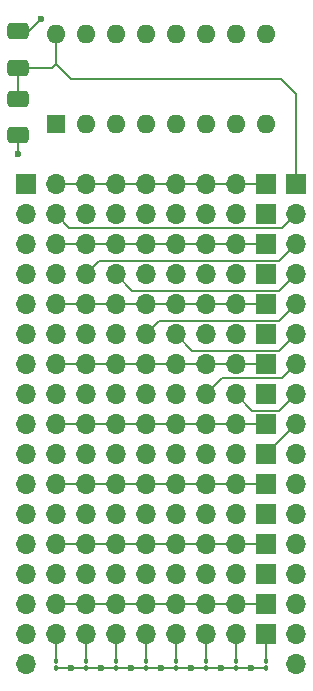
<source format=gtl>
G04 #@! TF.GenerationSoftware,KiCad,Pcbnew,8.0.8-unknown-202502120121~a17639b16e~ubuntu24.04.1*
G04 #@! TF.CreationDate,2025-02-14T12:45:32-05:00*
G04 #@! TF.ProjectId,diode-matrix-rom-dip,64696f64-652d-46d6-9174-7269782d726f,v00*
G04 #@! TF.SameCoordinates,Original*
G04 #@! TF.FileFunction,Copper,L1,Top*
G04 #@! TF.FilePolarity,Positive*
%FSLAX46Y46*%
G04 Gerber Fmt 4.6, Leading zero omitted, Abs format (unit mm)*
G04 Created by KiCad (PCBNEW 8.0.8-unknown-202502120121~a17639b16e~ubuntu24.04.1) date 2025-02-14 12:45:32*
%MOMM*%
%LPD*%
G01*
G04 APERTURE LIST*
G04 Aperture macros list*
%AMRoundRect*
0 Rectangle with rounded corners*
0 $1 Rounding radius*
0 $2 $3 $4 $5 $6 $7 $8 $9 X,Y pos of 4 corners*
0 Add a 4 corners polygon primitive as box body*
4,1,4,$2,$3,$4,$5,$6,$7,$8,$9,$2,$3,0*
0 Add four circle primitives for the rounded corners*
1,1,$1+$1,$2,$3*
1,1,$1+$1,$4,$5*
1,1,$1+$1,$6,$7*
1,1,$1+$1,$8,$9*
0 Add four rect primitives between the rounded corners*
20,1,$1+$1,$2,$3,$4,$5,0*
20,1,$1+$1,$4,$5,$6,$7,0*
20,1,$1+$1,$6,$7,$8,$9,0*
20,1,$1+$1,$8,$9,$2,$3,0*%
G04 Aperture macros list end*
G04 #@! TA.AperFunction,ComponentPad*
%ADD10R,1.700000X1.700000*%
G04 #@! TD*
G04 #@! TA.AperFunction,ComponentPad*
%ADD11O,1.700000X1.700000*%
G04 #@! TD*
G04 #@! TA.AperFunction,SMDPad,CuDef*
%ADD12RoundRect,0.100000X-0.100000X0.130000X-0.100000X-0.130000X0.100000X-0.130000X0.100000X0.130000X0*%
G04 #@! TD*
G04 #@! TA.AperFunction,SMDPad,CuDef*
%ADD13RoundRect,0.250000X-0.650000X0.412500X-0.650000X-0.412500X0.650000X-0.412500X0.650000X0.412500X0*%
G04 #@! TD*
G04 #@! TA.AperFunction,SMDPad,CuDef*
%ADD14RoundRect,0.250000X0.650000X-0.412500X0.650000X0.412500X-0.650000X0.412500X-0.650000X-0.412500X0*%
G04 #@! TD*
G04 #@! TA.AperFunction,ComponentPad*
%ADD15R,1.600000X1.600000*%
G04 #@! TD*
G04 #@! TA.AperFunction,ComponentPad*
%ADD16O,1.600000X1.600000*%
G04 #@! TD*
G04 #@! TA.AperFunction,ViaPad*
%ADD17C,0.600000*%
G04 #@! TD*
G04 #@! TA.AperFunction,Conductor*
%ADD18C,0.200000*%
G04 #@! TD*
G04 APERTURE END LIST*
D10*
X137160000Y-114300000D03*
D11*
X134620000Y-114300000D03*
X132080000Y-114300000D03*
X129540000Y-114300000D03*
X127000000Y-114300000D03*
X124460000Y-114300000D03*
X121920000Y-114300000D03*
X119380000Y-114300000D03*
D12*
X121920000Y-131760000D03*
X121920000Y-132400000D03*
X137160000Y-131760000D03*
X137160000Y-132400000D03*
X119380000Y-131760000D03*
X119380000Y-132400000D03*
D13*
X116205000Y-84162500D03*
X116205000Y-87287500D03*
D14*
X116205000Y-81572500D03*
X116205000Y-78447500D03*
D12*
X132080000Y-131760000D03*
X132080000Y-132400000D03*
X134620000Y-131760000D03*
X134620000Y-132400000D03*
D10*
X137160000Y-119380000D03*
D11*
X134620000Y-119380000D03*
X132080000Y-119380000D03*
X129540000Y-119380000D03*
X127000000Y-119380000D03*
X124460000Y-119380000D03*
X121920000Y-119380000D03*
X119380000Y-119380000D03*
D10*
X137160000Y-101600000D03*
D11*
X134620000Y-101600000D03*
X132080000Y-101600000D03*
X129540000Y-101600000D03*
X127000000Y-101600000D03*
X124460000Y-101600000D03*
X121920000Y-101600000D03*
X119380000Y-101600000D03*
D10*
X137160000Y-96520000D03*
D11*
X134620000Y-96520000D03*
X132080000Y-96520000D03*
X129540000Y-96520000D03*
X127000000Y-96520000D03*
X124460000Y-96520000D03*
X121920000Y-96520000D03*
X119380000Y-96520000D03*
D10*
X137160000Y-106680000D03*
D11*
X134620000Y-106680000D03*
X132080000Y-106680000D03*
X129540000Y-106680000D03*
X127000000Y-106680000D03*
X124460000Y-106680000D03*
X121920000Y-106680000D03*
X119380000Y-106680000D03*
D10*
X137160000Y-104140000D03*
D11*
X134620000Y-104140000D03*
X132080000Y-104140000D03*
X129540000Y-104140000D03*
X127000000Y-104140000D03*
X124460000Y-104140000D03*
X121920000Y-104140000D03*
X119380000Y-104140000D03*
D15*
X119380000Y-86360000D03*
D16*
X121920000Y-86360000D03*
X124460000Y-86360000D03*
X127000000Y-86360000D03*
X129540000Y-86360000D03*
X132080000Y-86360000D03*
X134620000Y-86360000D03*
X137160000Y-86360000D03*
X137160000Y-78740000D03*
X134620000Y-78740000D03*
X132080000Y-78740000D03*
X129540000Y-78740000D03*
X127000000Y-78740000D03*
X124460000Y-78740000D03*
X121920000Y-78740000D03*
X119380000Y-78740000D03*
D12*
X127000000Y-131760000D03*
X127000000Y-132400000D03*
D10*
X137160000Y-124460000D03*
D11*
X134620000Y-124460000D03*
X132080000Y-124460000D03*
X129540000Y-124460000D03*
X127000000Y-124460000D03*
X124460000Y-124460000D03*
X121920000Y-124460000D03*
X119380000Y-124460000D03*
D12*
X129540000Y-131760000D03*
X129540000Y-132400000D03*
X124460000Y-131760000D03*
X124460000Y-132400000D03*
D10*
X137160000Y-121920000D03*
D11*
X134620000Y-121920000D03*
X132080000Y-121920000D03*
X129540000Y-121920000D03*
X127000000Y-121920000D03*
X124460000Y-121920000D03*
X121920000Y-121920000D03*
X119380000Y-121920000D03*
D10*
X137160000Y-93980000D03*
D11*
X134620000Y-93980000D03*
X132080000Y-93980000D03*
X129540000Y-93980000D03*
X127000000Y-93980000D03*
X124460000Y-93980000D03*
X121920000Y-93980000D03*
X119380000Y-93980000D03*
D10*
X137160000Y-91440000D03*
D11*
X134620000Y-91440000D03*
X132080000Y-91440000D03*
X129540000Y-91440000D03*
X127000000Y-91440000D03*
X124460000Y-91440000D03*
X121920000Y-91440000D03*
X119380000Y-91440000D03*
D10*
X137160000Y-116840000D03*
D11*
X134620000Y-116840000D03*
X132080000Y-116840000D03*
X129540000Y-116840000D03*
X127000000Y-116840000D03*
X124460000Y-116840000D03*
X121920000Y-116840000D03*
X119380000Y-116840000D03*
D10*
X137160000Y-109220000D03*
D11*
X134620000Y-109220000D03*
X132080000Y-109220000D03*
X129540000Y-109220000D03*
X127000000Y-109220000D03*
X124460000Y-109220000D03*
X121920000Y-109220000D03*
X119380000Y-109220000D03*
D10*
X137160000Y-127000000D03*
D11*
X134620000Y-127000000D03*
X132080000Y-127000000D03*
X129540000Y-127000000D03*
X127000000Y-127000000D03*
X124460000Y-127000000D03*
X121920000Y-127000000D03*
X119380000Y-127000000D03*
D10*
X137160000Y-99060000D03*
D11*
X134620000Y-99060000D03*
X132080000Y-99060000D03*
X129540000Y-99060000D03*
X127000000Y-99060000D03*
X124460000Y-99060000D03*
X121920000Y-99060000D03*
X119380000Y-99060000D03*
D10*
X137160000Y-129540000D03*
D11*
X134620000Y-129540000D03*
X132080000Y-129540000D03*
X129540000Y-129540000D03*
X127000000Y-129540000D03*
X124460000Y-129540000D03*
X121920000Y-129540000D03*
X119380000Y-129540000D03*
D10*
X137160000Y-111760000D03*
D11*
X134620000Y-111760000D03*
X132080000Y-111760000D03*
X129540000Y-111760000D03*
X127000000Y-111760000D03*
X124460000Y-111760000D03*
X121920000Y-111760000D03*
X119380000Y-111760000D03*
D10*
X116840000Y-91440000D03*
D11*
X116840000Y-93980000D03*
X116840000Y-96520000D03*
X116840000Y-99060000D03*
X116840000Y-101600000D03*
X116840000Y-104140000D03*
X116840000Y-106680000D03*
X116840000Y-109220000D03*
X116840000Y-111760000D03*
X116840000Y-114300000D03*
X116840000Y-116840000D03*
X116840000Y-119380000D03*
X116840000Y-121920000D03*
X116840000Y-124460000D03*
X116840000Y-127000000D03*
X116840000Y-129540000D03*
X116840000Y-132080000D03*
D10*
X139700000Y-91440000D03*
D11*
X139700000Y-93980000D03*
X139700000Y-96520000D03*
X139700000Y-99060000D03*
X139700000Y-101600000D03*
X139700000Y-104140000D03*
X139700000Y-106680000D03*
X139700000Y-109220000D03*
X139700000Y-111760000D03*
X139700000Y-114300000D03*
X139700000Y-116840000D03*
X139700000Y-119380000D03*
X139700000Y-121920000D03*
X139700000Y-124460000D03*
X139700000Y-127000000D03*
X139700000Y-129540000D03*
X139700000Y-132080000D03*
D17*
X133350000Y-132400000D03*
X125730000Y-132400000D03*
X120650000Y-132400000D03*
X128270000Y-132400000D03*
X116205000Y-88900000D03*
X118110000Y-77470000D03*
X135890000Y-132400000D03*
X130810000Y-132400000D03*
X123190000Y-132400000D03*
D18*
X125850000Y-100450000D02*
X124460000Y-99060000D01*
X124460000Y-129540000D02*
X124460000Y-131760000D01*
X138310000Y-100450000D02*
X125850000Y-100450000D01*
X139700000Y-99060000D02*
X138310000Y-100450000D01*
X119380000Y-93980000D02*
X120530000Y-95130000D01*
X120530000Y-95130000D02*
X138550000Y-95130000D01*
X138550000Y-95130000D02*
X139700000Y-93980000D01*
X119380000Y-129540000D02*
X119380000Y-131760000D01*
X139700000Y-96520000D02*
X138310000Y-97910000D01*
X121920000Y-129540000D02*
X121920000Y-131760000D01*
X138310000Y-97910000D02*
X123070000Y-97910000D01*
X123070000Y-97910000D02*
X121920000Y-99060000D01*
X129540000Y-129540000D02*
X129540000Y-131760000D01*
X130930000Y-105530000D02*
X129540000Y-104140000D01*
X139700000Y-104140000D02*
X138310000Y-105530000D01*
X138310000Y-105530000D02*
X130930000Y-105530000D01*
X134620000Y-129540000D02*
X134620000Y-131760000D01*
X136010000Y-110610000D02*
X134620000Y-109220000D01*
X138310000Y-110610000D02*
X136010000Y-110610000D01*
X139700000Y-109220000D02*
X138310000Y-110610000D01*
X139700000Y-111760000D02*
X137160000Y-114300000D01*
X137160000Y-129540000D02*
X137160000Y-131760000D01*
X127000000Y-129540000D02*
X127000000Y-131760000D01*
X128150000Y-102990000D02*
X127000000Y-104140000D01*
X139700000Y-101600000D02*
X138310000Y-102990000D01*
X138310000Y-102990000D02*
X128150000Y-102990000D01*
X139700000Y-106680000D02*
X138550000Y-107830000D01*
X132080000Y-129540000D02*
X132080000Y-131760000D01*
X133470000Y-107830000D02*
X132080000Y-109220000D01*
X138550000Y-107830000D02*
X133470000Y-107830000D01*
X134620000Y-127000000D02*
X137160000Y-127000000D01*
X119380000Y-127000000D02*
X134620000Y-127000000D01*
X119380000Y-121920000D02*
X134620000Y-121920000D01*
X134620000Y-121920000D02*
X137160000Y-121920000D01*
X119380000Y-116840000D02*
X134620000Y-116840000D01*
X134620000Y-116840000D02*
X137160000Y-116840000D01*
X119380000Y-111760000D02*
X134620000Y-111760000D01*
X134620000Y-111760000D02*
X137160000Y-111760000D01*
X134620000Y-106680000D02*
X137160000Y-106680000D01*
X119380000Y-106680000D02*
X134620000Y-106680000D01*
X119380000Y-101600000D02*
X137160000Y-101600000D01*
X119380000Y-96520000D02*
X137160000Y-96520000D01*
X119380000Y-91440000D02*
X134620000Y-91440000D01*
X134620000Y-91440000D02*
X137160000Y-91440000D01*
X138430000Y-82550000D02*
X139700000Y-83820000D01*
X116205000Y-84162500D02*
X116205000Y-81572500D01*
X139700000Y-83820000D02*
X139700000Y-91440000D01*
X120650000Y-82550000D02*
X138430000Y-82550000D01*
X119380000Y-78740000D02*
X119380000Y-81280000D01*
X119380000Y-81280000D02*
X120650000Y-82550000D01*
X116205000Y-81572500D02*
X119087500Y-81572500D01*
X119087500Y-81572500D02*
X119380000Y-81280000D01*
X133350000Y-132400000D02*
X135890000Y-132400000D01*
X116205000Y-88900000D02*
X116205000Y-87287500D01*
X130810000Y-132400000D02*
X133350000Y-132400000D01*
X135890000Y-132400000D02*
X137160000Y-132400000D01*
X128270000Y-132400000D02*
X130810000Y-132400000D01*
X117132500Y-78447500D02*
X118110000Y-77470000D01*
X120650000Y-132400000D02*
X123190000Y-132400000D01*
X125730000Y-132400000D02*
X128270000Y-132400000D01*
X123190000Y-132400000D02*
X125730000Y-132400000D01*
X119380000Y-132400000D02*
X120650000Y-132400000D01*
X116205000Y-78447500D02*
X117132500Y-78447500D01*
M02*

</source>
